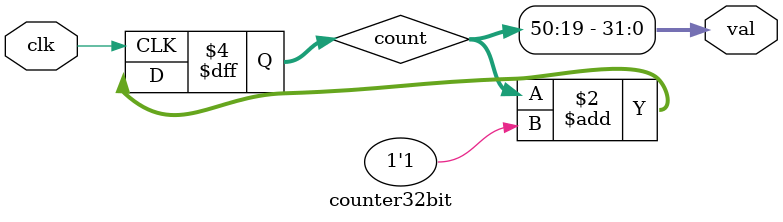
<source format=sv>
`timescale 1ns / 1ps
`default_nettype none

module counter32bit(
    input wire clk,
    output wire [31:0] val
    );
    // output 25-28 bit
    
    logic [63:0] count = 64'b0;
    assign val = count[51:19]; // nth bit changes at clockspeed / 2^n, where n is the first bit
    // if bits were not indexed at 0, 2^n would need adjusted by 1
        
    always_ff @(posedge clk)
        count <= count + 1'b 1;
    
endmodule
</source>
